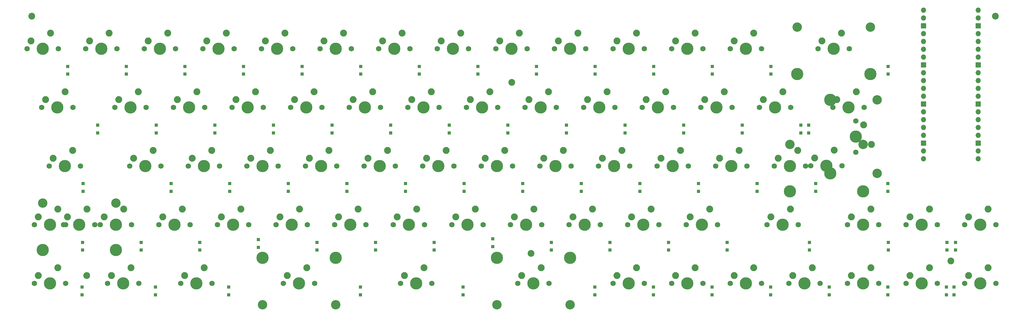
<source format=gbs>
G04 #@! TF.GenerationSoftware,KiCad,Pcbnew,(5.1.9)-1*
G04 #@! TF.CreationDate,2021-05-31T01:01:48+01:00*
G04 #@! TF.ProjectId,EnvKB65,456e764b-4236-4352-9e6b-696361645f70,rev?*
G04 #@! TF.SameCoordinates,Original*
G04 #@! TF.FileFunction,Soldermask,Bot*
G04 #@! TF.FilePolarity,Negative*
%FSLAX46Y46*%
G04 Gerber Fmt 4.6, Leading zero omitted, Abs format (unit mm)*
G04 Created by KiCad (PCBNEW (5.1.9)-1) date 2021-05-31 01:01:48*
%MOMM*%
%LPD*%
G01*
G04 APERTURE LIST*
%ADD10C,2.250000*%
%ADD11C,3.987800*%
%ADD12C,1.750000*%
%ADD13C,3.048000*%
%ADD14R,1.000000X1.000000*%
%ADD15C,2.200000*%
%ADD16O,1.700000X1.700000*%
%ADD17R,1.700000X1.700000*%
G04 APERTURE END LIST*
D10*
X86955000Y-163579000D03*
D11*
X84415000Y-168659000D03*
D10*
X80605000Y-166119000D03*
D12*
X79335000Y-168659000D03*
X89495000Y-168659000D03*
D13*
X72508750Y-161674000D03*
X96321250Y-161674000D03*
D11*
X72508750Y-176914000D03*
X96321250Y-176914000D03*
D10*
X329840000Y-144520000D03*
D11*
X327300000Y-149600000D03*
D10*
X323490000Y-147060000D03*
D12*
X322220000Y-149600000D03*
X332380000Y-149600000D03*
D13*
X315393750Y-142615000D03*
X339206250Y-142615000D03*
D11*
X315393750Y-157855000D03*
X339206250Y-157855000D03*
D12*
X339530000Y-130560000D03*
X329370000Y-130560000D03*
D10*
X330640000Y-128020000D03*
D11*
X334450000Y-130560000D03*
D10*
X336990000Y-125480000D03*
D14*
X321489000Y-136384000D03*
X321489000Y-138884000D03*
X368750000Y-188959120D03*
X368750000Y-191459120D03*
X366334200Y-188959120D03*
X366334200Y-191459120D03*
X347284200Y-188959120D03*
X347284200Y-191459120D03*
X328234200Y-188959120D03*
X328234200Y-191459120D03*
X309184200Y-188959120D03*
X309184200Y-191459120D03*
X290134200Y-188959120D03*
X290134200Y-191459120D03*
X271084200Y-188959120D03*
X271084200Y-191459120D03*
X252034200Y-188959120D03*
X252034200Y-191459120D03*
X209171700Y-188959120D03*
X209171700Y-191459120D03*
X175834200Y-188959120D03*
X175834200Y-191459120D03*
X132971700Y-188959120D03*
X132971700Y-191459120D03*
X109159200Y-188959120D03*
X109159200Y-191459120D03*
X85346700Y-188959120D03*
X85346700Y-191459120D03*
X369250000Y-174434120D03*
X369250000Y-176934120D03*
X366484200Y-174434120D03*
X366484200Y-176934120D03*
X347434200Y-174434120D03*
X347434200Y-176934120D03*
X321784200Y-174434120D03*
X321784200Y-176934120D03*
X295046700Y-174434120D03*
X295046700Y-176934120D03*
X275996700Y-174434120D03*
X275996700Y-176934120D03*
X256946700Y-174434120D03*
X256946700Y-176934120D03*
X237896700Y-174434120D03*
X237896700Y-176934120D03*
X218846700Y-173300000D03*
X218846700Y-175800000D03*
X199796700Y-174434120D03*
X199796700Y-176934120D03*
X180746700Y-174434120D03*
X180746700Y-176934120D03*
X161696700Y-174434120D03*
X161696700Y-176934120D03*
X142646700Y-173525000D03*
X142646700Y-176025000D03*
X123596700Y-174434120D03*
X123596700Y-176934120D03*
X104546700Y-174434120D03*
X104546700Y-176934120D03*
X85496700Y-174434120D03*
X85496700Y-176934120D03*
X323771700Y-155359120D03*
X323771700Y-157859120D03*
X304721700Y-155359120D03*
X304721700Y-157859120D03*
X285671700Y-155359120D03*
X285671700Y-157859120D03*
X266621700Y-155359120D03*
X266621700Y-157859120D03*
X247571700Y-155359120D03*
X247571700Y-157859120D03*
X228521700Y-155359120D03*
X228521700Y-157859120D03*
X209471700Y-155359120D03*
X209471700Y-157859120D03*
X190421700Y-155359120D03*
X190421700Y-157859120D03*
X171371700Y-155359120D03*
X171371700Y-157859120D03*
X152321700Y-155359120D03*
X152321700Y-157859120D03*
X133271700Y-155359120D03*
X133271700Y-157859120D03*
X114221700Y-155359120D03*
X114221700Y-157859120D03*
X85646700Y-155359120D03*
X85646700Y-157859120D03*
X347234200Y-155334120D03*
X347234200Y-157834120D03*
X318959200Y-136384120D03*
X318959200Y-138884120D03*
X299909200Y-136384120D03*
X299909200Y-138884120D03*
X280859200Y-136384120D03*
X280859200Y-138884120D03*
X261809200Y-136384120D03*
X261809200Y-138884120D03*
X242759200Y-136384120D03*
X242759200Y-138884120D03*
X223709200Y-136384120D03*
X223709200Y-138884120D03*
X204659200Y-136384120D03*
X204659200Y-138884120D03*
X185609200Y-136384120D03*
X185609200Y-138884120D03*
X166559200Y-136384120D03*
X166559200Y-138884120D03*
X147509200Y-136384120D03*
X147509200Y-138884120D03*
X128459200Y-136384120D03*
X128459200Y-138884120D03*
X109409200Y-136384120D03*
X109409200Y-138884120D03*
X90359200Y-136384120D03*
X90359200Y-138884120D03*
X347384200Y-117284120D03*
X347384200Y-119784120D03*
X309284200Y-117284120D03*
X309284200Y-119784120D03*
X290234200Y-117284120D03*
X290234200Y-119784120D03*
X271184200Y-117284120D03*
X271184200Y-119784120D03*
X252134200Y-117284120D03*
X252134200Y-119784120D03*
X233084200Y-117284120D03*
X233084200Y-119784120D03*
X214034200Y-117284120D03*
X214034200Y-119784120D03*
X194984200Y-117284120D03*
X194984200Y-119784120D03*
X175934200Y-117284120D03*
X175934200Y-119784120D03*
X156884200Y-117284120D03*
X156884200Y-119784120D03*
X137834200Y-117284120D03*
X137834200Y-119784120D03*
X118784200Y-117284120D03*
X118784200Y-119784120D03*
X99734200Y-117284120D03*
X99734200Y-119784120D03*
X80684200Y-117284120D03*
X80684200Y-119784120D03*
D15*
X231250000Y-178000000D03*
X225000000Y-122500000D03*
X367750000Y-180500000D03*
X86800000Y-185220000D03*
X69000000Y-101000000D03*
X382200000Y-101000000D03*
D16*
X376670000Y-99020000D03*
X376670000Y-101560000D03*
D17*
X376670000Y-104100000D03*
D16*
X376670000Y-106640000D03*
X376670000Y-109180000D03*
X376670000Y-111720000D03*
X376670000Y-114260000D03*
D17*
X376670000Y-116800000D03*
D16*
X376670000Y-119340000D03*
X376670000Y-121880000D03*
X376670000Y-124420000D03*
X376670000Y-126960000D03*
D17*
X376670000Y-129500000D03*
D16*
X376670000Y-132040000D03*
X376670000Y-134580000D03*
X376670000Y-137120000D03*
X376670000Y-139660000D03*
D17*
X376670000Y-142200000D03*
D16*
X376670000Y-144740000D03*
X376670000Y-147280000D03*
X358890000Y-147280000D03*
X358890000Y-144740000D03*
D17*
X358890000Y-142200000D03*
D16*
X358890000Y-139660000D03*
X358890000Y-137120000D03*
X358890000Y-134580000D03*
X358890000Y-132040000D03*
D17*
X358890000Y-129500000D03*
D16*
X358890000Y-126960000D03*
X358890000Y-124420000D03*
X358890000Y-121880000D03*
X358890000Y-119340000D03*
D17*
X358890000Y-116800000D03*
D16*
X358890000Y-114260000D03*
X358890000Y-111720000D03*
X358890000Y-109180000D03*
X358890000Y-106640000D03*
D17*
X358890000Y-104100000D03*
D16*
X358890000Y-101560000D03*
X358890000Y-99020000D03*
D10*
X341914200Y-142624120D03*
D11*
X336834200Y-140084120D03*
D10*
X339374200Y-136274120D03*
D12*
X336834200Y-135004120D03*
X336834200Y-145164120D03*
D13*
X343819200Y-152022120D03*
X343819200Y-128146120D03*
D11*
X328579200Y-152022120D03*
X328579200Y-128146120D03*
D12*
X199032950Y-187709120D03*
X188872950Y-187709120D03*
D10*
X190142950Y-185169120D03*
D11*
X193952950Y-187709120D03*
D10*
X196492950Y-182629120D03*
D11*
X243959200Y-179454120D03*
X220146700Y-179454120D03*
D13*
X243959200Y-194694120D03*
X220146700Y-194694120D03*
D12*
X237132950Y-187709120D03*
X226972950Y-187709120D03*
D10*
X228242950Y-185169120D03*
D11*
X232052950Y-187709120D03*
D10*
X234592950Y-182629120D03*
D12*
X363339200Y-187709120D03*
X353179200Y-187709120D03*
D10*
X354449200Y-185169120D03*
D11*
X358259200Y-187709120D03*
D10*
X360799200Y-182629120D03*
D12*
X268089200Y-187709120D03*
X257929200Y-187709120D03*
D10*
X259199200Y-185169120D03*
D11*
X263009200Y-187709120D03*
D10*
X265549200Y-182629120D03*
D12*
X84764200Y-149609120D03*
X74604200Y-149609120D03*
D10*
X75874200Y-147069120D03*
D11*
X79684200Y-149609120D03*
D10*
X82224200Y-144529120D03*
D11*
X167759200Y-179454120D03*
X143946700Y-179454120D03*
D13*
X167759200Y-194694120D03*
X143946700Y-194694120D03*
D12*
X160932950Y-187709120D03*
X150772950Y-187709120D03*
D10*
X152042950Y-185169120D03*
D11*
X155852950Y-187709120D03*
D10*
X158392950Y-182629120D03*
D12*
X318114200Y-168659120D03*
X307954200Y-168659120D03*
D10*
X309224200Y-166119120D03*
D11*
X313034200Y-168659120D03*
D10*
X315574200Y-163579120D03*
D12*
X382389200Y-187709120D03*
X372229200Y-187709120D03*
D10*
X373499200Y-185169120D03*
D11*
X377309200Y-187709120D03*
D10*
X379849200Y-182629120D03*
D12*
X344289200Y-187709120D03*
X334129200Y-187709120D03*
D10*
X335399200Y-185169120D03*
D11*
X339209200Y-187709120D03*
D10*
X341749200Y-182629120D03*
D12*
X325239200Y-187709120D03*
X315079200Y-187709120D03*
D10*
X316349200Y-185169120D03*
D11*
X320159200Y-187709120D03*
D10*
X322699200Y-182629120D03*
D12*
X306189200Y-187709120D03*
X296029200Y-187709120D03*
D10*
X297299200Y-185169120D03*
D11*
X301109200Y-187709120D03*
D10*
X303649200Y-182629120D03*
D12*
X287139200Y-187709120D03*
X276979200Y-187709120D03*
D10*
X278249200Y-185169120D03*
D11*
X282059200Y-187709120D03*
D10*
X284599200Y-182629120D03*
D12*
X127595450Y-187709120D03*
X117435450Y-187709120D03*
D10*
X118705450Y-185169120D03*
D11*
X122515450Y-187709120D03*
D10*
X125055450Y-182629120D03*
D12*
X103782950Y-187709120D03*
X93622950Y-187709120D03*
D10*
X94892950Y-185169120D03*
D11*
X98702950Y-187709120D03*
D10*
X101242950Y-182629120D03*
D12*
X79970450Y-187709120D03*
X69810450Y-187709120D03*
D10*
X71080450Y-185169120D03*
D11*
X74890450Y-187709120D03*
D10*
X77430450Y-182629120D03*
D12*
X382389200Y-168659120D03*
X372229200Y-168659120D03*
D10*
X373499200Y-166119120D03*
D11*
X377309200Y-168659120D03*
D10*
X379849200Y-163579120D03*
D12*
X363339200Y-168659120D03*
X353179200Y-168659120D03*
D10*
X354449200Y-166119120D03*
D11*
X358259200Y-168659120D03*
D10*
X360799200Y-163579120D03*
D12*
X344289200Y-168659120D03*
X334129200Y-168659120D03*
D10*
X335399200Y-166119120D03*
D11*
X339209200Y-168659120D03*
D10*
X341749200Y-163579120D03*
D12*
X291901700Y-168659120D03*
X281741700Y-168659120D03*
D10*
X283011700Y-166119120D03*
D11*
X286821700Y-168659120D03*
D10*
X289361700Y-163579120D03*
D12*
X272851700Y-168659120D03*
X262691700Y-168659120D03*
D10*
X263961700Y-166119120D03*
D11*
X267771700Y-168659120D03*
D10*
X270311700Y-163579120D03*
D12*
X253801700Y-168659120D03*
X243641700Y-168659120D03*
D10*
X244911700Y-166119120D03*
D11*
X248721700Y-168659120D03*
D10*
X251261700Y-163579120D03*
D12*
X234751700Y-168659120D03*
X224591700Y-168659120D03*
D10*
X225861700Y-166119120D03*
D11*
X229671700Y-168659120D03*
D10*
X232211700Y-163579120D03*
D12*
X215701700Y-168659120D03*
X205541700Y-168659120D03*
D10*
X206811700Y-166119120D03*
D11*
X210621700Y-168659120D03*
D10*
X213161700Y-163579120D03*
D12*
X196651700Y-168659120D03*
X186491700Y-168659120D03*
D10*
X187761700Y-166119120D03*
D11*
X191571700Y-168659120D03*
D10*
X194111700Y-163579120D03*
D12*
X177601700Y-168659120D03*
X167441700Y-168659120D03*
D10*
X168711700Y-166119120D03*
D11*
X172521700Y-168659120D03*
D10*
X175061700Y-163579120D03*
D12*
X158551700Y-168659120D03*
X148391700Y-168659120D03*
D10*
X149661700Y-166119120D03*
D11*
X153471700Y-168659120D03*
D10*
X156011700Y-163579120D03*
D12*
X139501700Y-168659120D03*
X129341700Y-168659120D03*
D10*
X130611700Y-166119120D03*
D11*
X134421700Y-168659120D03*
D10*
X136961700Y-163579120D03*
D12*
X120451700Y-168659120D03*
X110291700Y-168659120D03*
D10*
X111561700Y-166119120D03*
D11*
X115371700Y-168659120D03*
D10*
X117911700Y-163579120D03*
D12*
X101401700Y-168659120D03*
X91241700Y-168659120D03*
D10*
X92511700Y-166119120D03*
D11*
X96321700Y-168659120D03*
D10*
X98861700Y-163579120D03*
D12*
X79970450Y-168659120D03*
X69810450Y-168659120D03*
D10*
X71080450Y-166119120D03*
D11*
X74890450Y-168659120D03*
D10*
X77430450Y-163579120D03*
D12*
X320476700Y-149609120D03*
X310316700Y-149609120D03*
D10*
X311586700Y-147069120D03*
D11*
X315396700Y-149609120D03*
D10*
X317936700Y-144529120D03*
D12*
X301426700Y-149609120D03*
X291266700Y-149609120D03*
D10*
X292536700Y-147069120D03*
D11*
X296346700Y-149609120D03*
D10*
X298886700Y-144529120D03*
D12*
X282376700Y-149609120D03*
X272216700Y-149609120D03*
D10*
X273486700Y-147069120D03*
D11*
X277296700Y-149609120D03*
D10*
X279836700Y-144529120D03*
D12*
X263326700Y-149609120D03*
X253166700Y-149609120D03*
D10*
X254436700Y-147069120D03*
D11*
X258246700Y-149609120D03*
D10*
X260786700Y-144529120D03*
D12*
X244276700Y-149609120D03*
X234116700Y-149609120D03*
D10*
X235386700Y-147069120D03*
D11*
X239196700Y-149609120D03*
D10*
X241736700Y-144529120D03*
D12*
X225226700Y-149609120D03*
X215066700Y-149609120D03*
D10*
X216336700Y-147069120D03*
D11*
X220146700Y-149609120D03*
D10*
X222686700Y-144529120D03*
D12*
X206176700Y-149609120D03*
X196016700Y-149609120D03*
D10*
X197286700Y-147069120D03*
D11*
X201096700Y-149609120D03*
D10*
X203636700Y-144529120D03*
D12*
X187126700Y-149609120D03*
X176966700Y-149609120D03*
D10*
X178236700Y-147069120D03*
D11*
X182046700Y-149609120D03*
D10*
X184586700Y-144529120D03*
D12*
X168076700Y-149609120D03*
X157916700Y-149609120D03*
D10*
X159186700Y-147069120D03*
D11*
X162996700Y-149609120D03*
D10*
X165536700Y-144529120D03*
D12*
X149026700Y-149609120D03*
X138866700Y-149609120D03*
D10*
X140136700Y-147069120D03*
D11*
X143946700Y-149609120D03*
D10*
X146486700Y-144529120D03*
D12*
X129976700Y-149609120D03*
X119816700Y-149609120D03*
D10*
X121086700Y-147069120D03*
D11*
X124896700Y-149609120D03*
D10*
X127436700Y-144529120D03*
D12*
X110926700Y-149609120D03*
X100766700Y-149609120D03*
D10*
X102036700Y-147069120D03*
D11*
X105846700Y-149609120D03*
D10*
X108386700Y-144529120D03*
D12*
X315714200Y-130559120D03*
X305554200Y-130559120D03*
D10*
X306824200Y-128019120D03*
D11*
X310634200Y-130559120D03*
D10*
X313174200Y-125479120D03*
D12*
X296664200Y-130559120D03*
X286504200Y-130559120D03*
D10*
X287774200Y-128019120D03*
D11*
X291584200Y-130559120D03*
D10*
X294124200Y-125479120D03*
D12*
X277614200Y-130559120D03*
X267454200Y-130559120D03*
D10*
X268724200Y-128019120D03*
D11*
X272534200Y-130559120D03*
D10*
X275074200Y-125479120D03*
D12*
X258564200Y-130559120D03*
X248404200Y-130559120D03*
D10*
X249674200Y-128019120D03*
D11*
X253484200Y-130559120D03*
D10*
X256024200Y-125479120D03*
D12*
X239514200Y-130559120D03*
X229354200Y-130559120D03*
D10*
X230624200Y-128019120D03*
D11*
X234434200Y-130559120D03*
D10*
X236974200Y-125479120D03*
D12*
X220464200Y-130559120D03*
X210304200Y-130559120D03*
D10*
X211574200Y-128019120D03*
D11*
X215384200Y-130559120D03*
D10*
X217924200Y-125479120D03*
D12*
X201414200Y-130559120D03*
X191254200Y-130559120D03*
D10*
X192524200Y-128019120D03*
D11*
X196334200Y-130559120D03*
D10*
X198874200Y-125479120D03*
D12*
X182364200Y-130559120D03*
X172204200Y-130559120D03*
D10*
X173474200Y-128019120D03*
D11*
X177284200Y-130559120D03*
D10*
X179824200Y-125479120D03*
D12*
X163314200Y-130559120D03*
X153154200Y-130559120D03*
D10*
X154424200Y-128019120D03*
D11*
X158234200Y-130559120D03*
D10*
X160774200Y-125479120D03*
D12*
X144264200Y-130559120D03*
X134104200Y-130559120D03*
D10*
X135374200Y-128019120D03*
D11*
X139184200Y-130559120D03*
D10*
X141724200Y-125479120D03*
D12*
X125214200Y-130559120D03*
X115054200Y-130559120D03*
D10*
X116324200Y-128019120D03*
D11*
X120134200Y-130559120D03*
D10*
X122674200Y-125479120D03*
D12*
X106164200Y-130559120D03*
X96004200Y-130559120D03*
D10*
X97274200Y-128019120D03*
D11*
X101084200Y-130559120D03*
D10*
X103624200Y-125479120D03*
D12*
X82351700Y-130559120D03*
X72191700Y-130559120D03*
D10*
X73461700Y-128019120D03*
D11*
X77271700Y-130559120D03*
D10*
X79811700Y-125479120D03*
D11*
X341590450Y-119764120D03*
X317777950Y-119764120D03*
D13*
X341590450Y-104524120D03*
X317777950Y-104524120D03*
D12*
X334764200Y-111509120D03*
X324604200Y-111509120D03*
D10*
X325874200Y-108969120D03*
D11*
X329684200Y-111509120D03*
D10*
X332224200Y-106429120D03*
D12*
X306189200Y-111509120D03*
X296029200Y-111509120D03*
D10*
X297299200Y-108969120D03*
D11*
X301109200Y-111509120D03*
D10*
X303649200Y-106429120D03*
D12*
X287139200Y-111509120D03*
X276979200Y-111509120D03*
D10*
X278249200Y-108969120D03*
D11*
X282059200Y-111509120D03*
D10*
X284599200Y-106429120D03*
D12*
X268089200Y-111509120D03*
X257929200Y-111509120D03*
D10*
X259199200Y-108969120D03*
D11*
X263009200Y-111509120D03*
D10*
X265549200Y-106429120D03*
D12*
X249039200Y-111509120D03*
X238879200Y-111509120D03*
D10*
X240149200Y-108969120D03*
D11*
X243959200Y-111509120D03*
D10*
X246499200Y-106429120D03*
D12*
X229989200Y-111509120D03*
X219829200Y-111509120D03*
D10*
X221099200Y-108969120D03*
D11*
X224909200Y-111509120D03*
D10*
X227449200Y-106429120D03*
D12*
X210939200Y-111509120D03*
X200779200Y-111509120D03*
D10*
X202049200Y-108969120D03*
D11*
X205859200Y-111509120D03*
D10*
X208399200Y-106429120D03*
D12*
X191889200Y-111509120D03*
X181729200Y-111509120D03*
D10*
X182999200Y-108969120D03*
D11*
X186809200Y-111509120D03*
D10*
X189349200Y-106429120D03*
D12*
X172839200Y-111509120D03*
X162679200Y-111509120D03*
D10*
X163949200Y-108969120D03*
D11*
X167759200Y-111509120D03*
D10*
X170299200Y-106429120D03*
D12*
X153789200Y-111509120D03*
X143629200Y-111509120D03*
D10*
X144899200Y-108969120D03*
D11*
X148709200Y-111509120D03*
D10*
X151249200Y-106429120D03*
D12*
X134739200Y-111509120D03*
X124579200Y-111509120D03*
D10*
X125849200Y-108969120D03*
D11*
X129659200Y-111509120D03*
D10*
X132199200Y-106429120D03*
D12*
X115689200Y-111509120D03*
X105529200Y-111509120D03*
D10*
X106799200Y-108969120D03*
D11*
X110609200Y-111509120D03*
D10*
X113149200Y-106429120D03*
D12*
X96639200Y-111509120D03*
X86479200Y-111509120D03*
D10*
X87749200Y-108969120D03*
D11*
X91559200Y-111509120D03*
D10*
X94099200Y-106429120D03*
D12*
X77589200Y-111509120D03*
X67429200Y-111509120D03*
D10*
X68699200Y-108969120D03*
D11*
X72509200Y-111509120D03*
D10*
X75049200Y-106429120D03*
M02*

</source>
